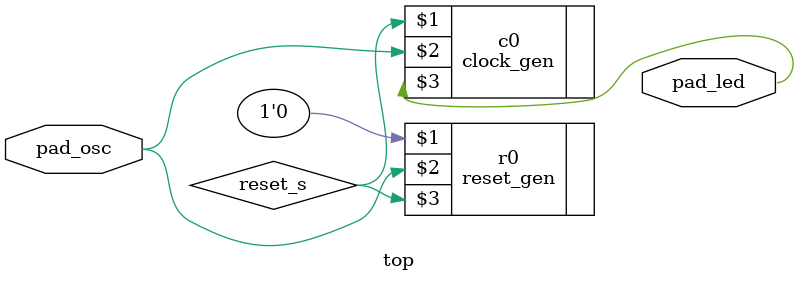
<source format=v>
/*
 * Blink Test Module
 *
 * Copyright (c) 2018-2021 Alexei A. Smekalkine <ikle@ikle.ru>
 *
 * SPDX-License-Identifier: BSD-2-Clause
 */

`include "reset.v"
`include "clock.v"

module top #(
	parameter FREQ  = 2,
	parameter CLOCK = 25_000_000
)(
	input pad_osc, output pad_led
);
	wire reset_s;

	reset_gen r0 (1'b0, pad_osc, reset_s);

	clock_gen #(CLOCK, FREQ) c0 (reset_s, pad_osc, pad_led);
endmodule

</source>
